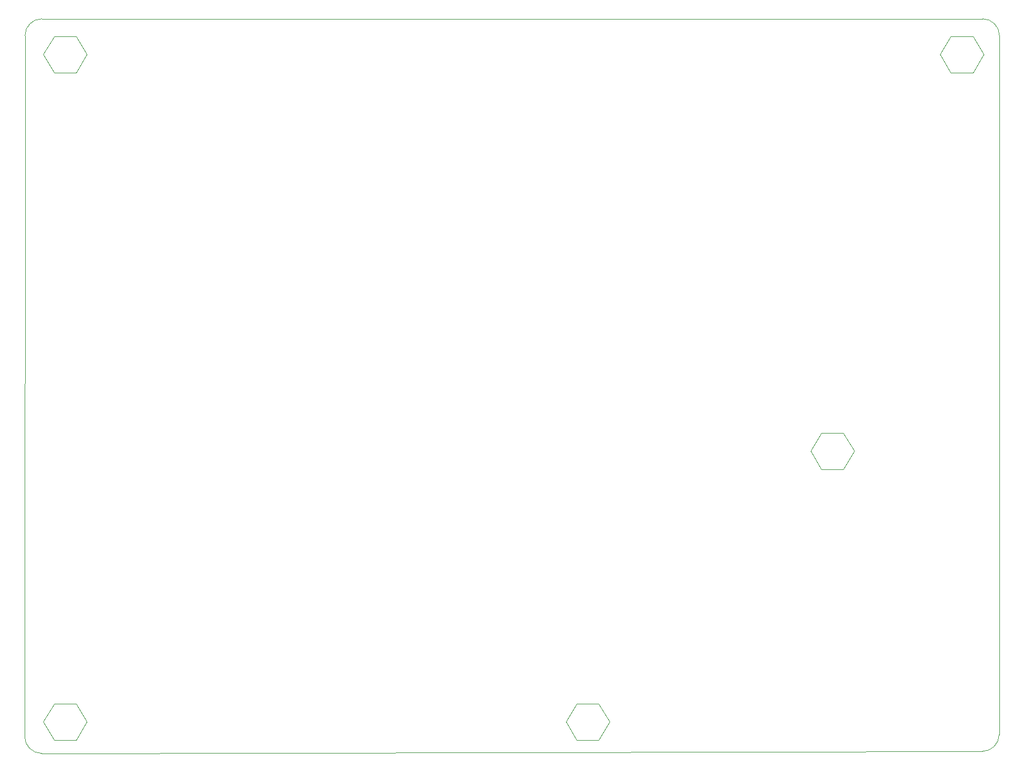
<source format=gbr>
%TF.GenerationSoftware,KiCad,Pcbnew,(7.0.0-0)*%
%TF.CreationDate,2023-03-06T01:52:27+09:00*%
%TF.ProjectId,11111_pcb,31313131-315f-4706-9362-2e6b69636164,rev?*%
%TF.SameCoordinates,Original*%
%TF.FileFunction,Profile,NP*%
%FSLAX46Y46*%
G04 Gerber Fmt 4.6, Leading zero omitted, Abs format (unit mm)*
G04 Created by KiCad (PCBNEW (7.0.0-0)) date 2023-03-06 01:52:27*
%MOMM*%
%LPD*%
G01*
G04 APERTURE LIST*
%TA.AperFunction,Profile*%
%ADD10C,0.100000*%
%TD*%
%TA.AperFunction,Profile*%
%ADD11C,0.050000*%
%TD*%
G04 APERTURE END LIST*
D10*
X182860987Y-131482000D02*
X325144936Y-131182000D01*
X327723000Y-22862000D02*
G75*
G03*
X325182961Y-20322000I-2540000J0D01*
G01*
X327722961Y-22862000D02*
X327684936Y-128642000D01*
X180321000Y-128942000D02*
G75*
G03*
X182860987Y-131482000I2540000J0D01*
G01*
X325144936Y-131181936D02*
G75*
G03*
X327684936Y-128642000I64J2539936D01*
G01*
X182899012Y-20318000D02*
X325182961Y-20322000D01*
X180320987Y-128942000D02*
X180359012Y-22858000D01*
X182899012Y-20318012D02*
G75*
G03*
X180359012Y-22858000I-12J-2539988D01*
G01*
D11*
%TO.C,REF\u002A\u002A*%
X183103400Y-126700000D02*
X184761700Y-129450000D01*
X184761700Y-123950000D02*
X183103400Y-126700000D01*
X188078300Y-123950000D02*
X184761700Y-123950000D01*
X188078300Y-123950000D02*
X189736600Y-126700000D01*
X188078300Y-129450000D02*
X184761700Y-129450000D01*
X189736600Y-126700000D02*
X188078300Y-129450000D01*
X299143400Y-85750000D02*
X300801700Y-88500000D01*
X300801700Y-83000000D02*
X299143400Y-85750000D01*
X304118300Y-83000000D02*
X300801700Y-83000000D01*
X304118300Y-83000000D02*
X305776600Y-85750000D01*
X304118300Y-88500000D02*
X300801700Y-88500000D01*
X305776600Y-85750000D02*
X304118300Y-88500000D01*
X183103400Y-25700000D02*
X184761700Y-28450000D01*
X184761700Y-22950000D02*
X183103400Y-25700000D01*
X188078300Y-22950000D02*
X184761700Y-22950000D01*
X188078300Y-22950000D02*
X189736600Y-25700000D01*
X188078300Y-28450000D02*
X184761700Y-28450000D01*
X189736600Y-25700000D02*
X188078300Y-28450000D01*
X318723400Y-25700000D02*
X320381700Y-28450000D01*
X320381700Y-22950000D02*
X318723400Y-25700000D01*
X323698300Y-22950000D02*
X320381700Y-22950000D01*
X323698300Y-22950000D02*
X325356600Y-25700000D01*
X323698300Y-28450000D02*
X320381700Y-28450000D01*
X325356600Y-25700000D02*
X323698300Y-28450000D01*
X262143400Y-126700000D02*
X263801700Y-129450000D01*
X263801700Y-123950000D02*
X262143400Y-126700000D01*
X267118300Y-123950000D02*
X263801700Y-123950000D01*
X267118300Y-123950000D02*
X268776600Y-126700000D01*
X267118300Y-129450000D02*
X263801700Y-129450000D01*
X268776600Y-126700000D02*
X267118300Y-129450000D01*
%TD*%
M02*

</source>
